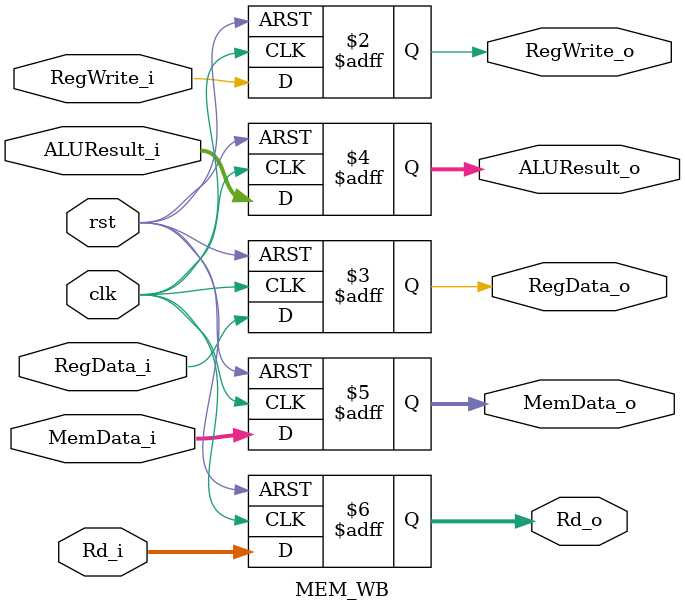
<source format=v>

module MEM_WB(RegWrite_i, RegWrite_o, 
              RegData_i, RegData_o, 
              ALUResult_i, ALUResult_o,
              MemData_i, MemData_o,
              Rd_i, Rd_o,
              clk, rst);
  
  input RegWrite_i;
  output reg RegWrite_o;
  input RegData_i;
  output reg RegData_o;
  input [31:0] ALUResult_i;
  output reg [31:0] ALUResult_o;
  input [31:0] MemData_i;
  output reg [31:0] MemData_o;
  input [4:0] Rd_i;
  output reg [4:0] Rd_o;
  input clk;
  input rst;
  
  always @(posedge clk or posedge rst)
  begin
    if (rst)
      begin
        RegWrite_o <= 0;
        RegData_o <= 0;
        ALUResult_o <= 32'h0000_0000;
        MemData_o <= 32'h0000_0000;
        Rd_o <= 5'b0_0000;
      end
    else
      begin
        RegWrite_o <= RegWrite_i;
        RegData_o <= RegData_i;
        ALUResult_o <= ALUResult_i;
        MemData_o <= MemData_i;
        Rd_o <= Rd_i;
      end
  end
  
endmodule
</source>
